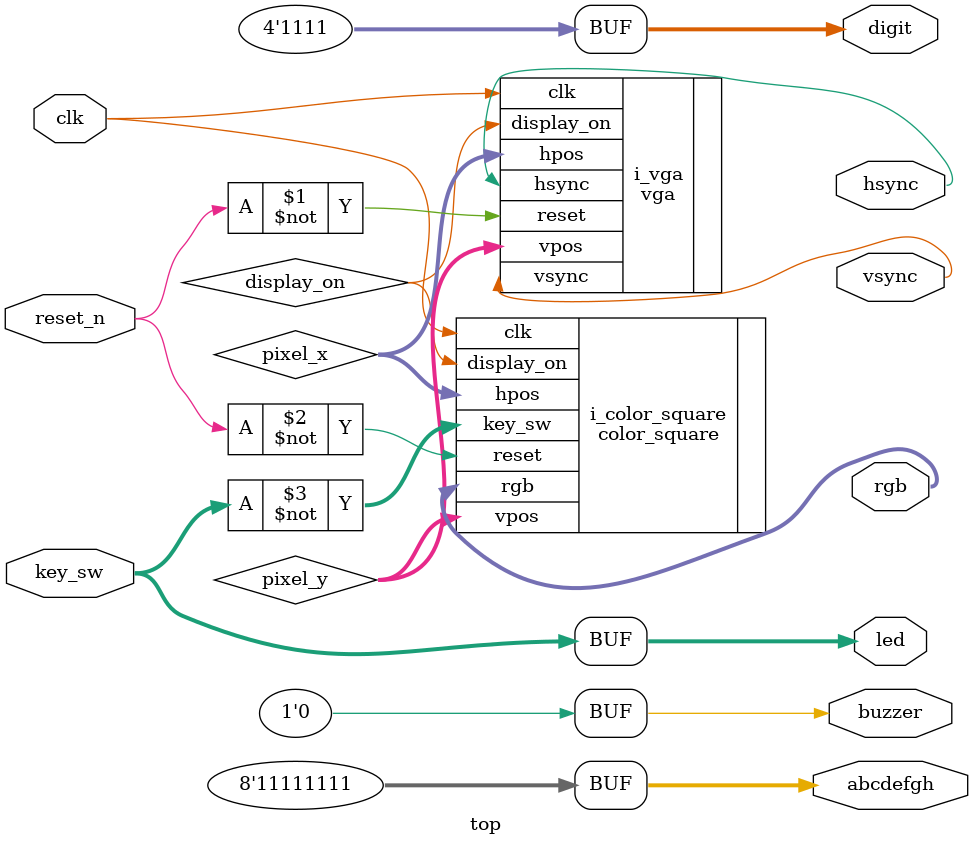
<source format=v>
`include "config.vh"

module top
# (
    parameter X_WIDTH = 10,
              Y_WIDTH = 10,
              clk_mhz = 50
)
(
    input        clk,
    input        reset_n,
    
    input  [3:0] key_sw,
    output [3:0] led,
    
    output [7:0] abcdefgh,
    output [3:0] digit,

    output       buzzer,

    output       hsync,
    output       vsync,
    output [2:0] rgb
);

    assign led       = key_sw;
    assign abcdefgh  = 8'hff;
    assign digit     = 4'hf;
    assign buzzer    = 1'b0;

    //------------------------------------------------------------------------

    wire                 display_on;
    wire [X_WIDTH - 1:0] pixel_x;
    wire [Y_WIDTH - 1:0] pixel_y;
 
    vga
    # (
        .HPOS_WIDTH ( X_WIDTH    ),
        .VPOS_WIDTH ( Y_WIDTH    ),
        
        .CLK_MHZ    ( clk_mhz    )
    )
    i_vga
    (
        .clk        ( clk        ), 
        .reset      ( ~reset_n   ),
        .hsync      ( hsync      ),
        .vsync      ( vsync      ),
        .display_on ( display_on ),
        .hpos       ( pixel_x    ),
        .vpos       ( pixel_y    )
    );

    //------------------------------------------------------------------------

    color_square 
    # (
       .HPOS_WIDTH  ( X_WIDTH    ),
       .VPOS_WIDTH  ( Y_WIDTH    )
    )
    i_color_square
    (
        .clk        (   clk        ),
        .reset      ( ~ reset_n    ),
        .display_on (   display_on ),
        .key_sw     ( ~ key_sw     ),
        .hpos       (   pixel_x    ),
        .vpos       (   pixel_y    ),
        .rgb        (   rgb        )
    );

endmodule

</source>
